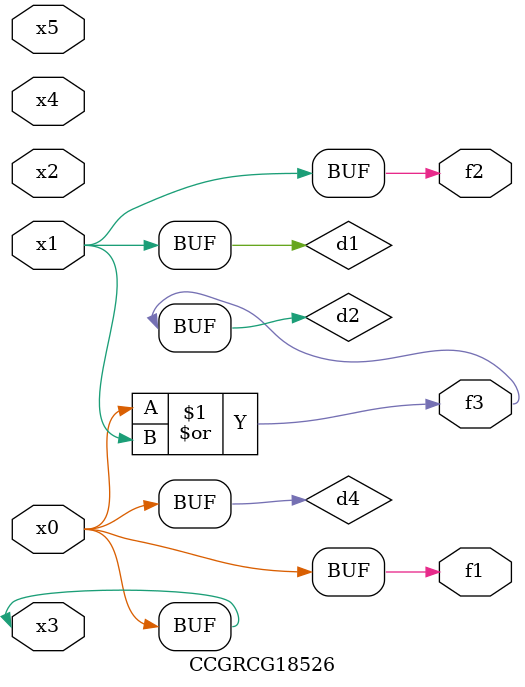
<source format=v>
module CCGRCG18526(
	input x0, x1, x2, x3, x4, x5,
	output f1, f2, f3
);

	wire d1, d2, d3, d4;

	and (d1, x1);
	or (d2, x0, x1);
	nand (d3, x0, x5);
	buf (d4, x0, x3);
	assign f1 = d4;
	assign f2 = d1;
	assign f3 = d2;
endmodule

</source>
